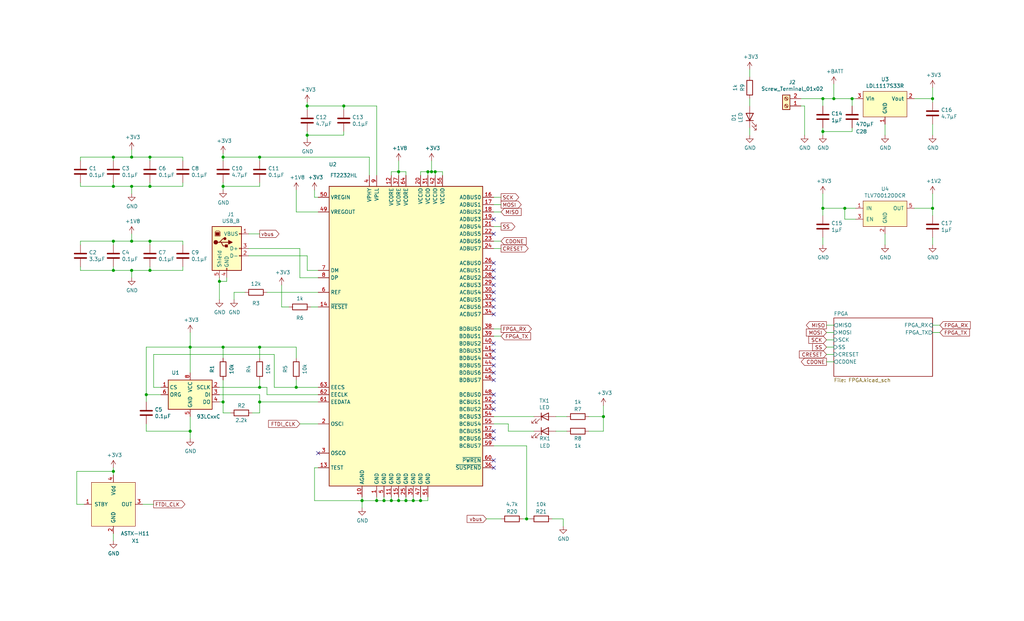
<source format=kicad_sch>
(kicad_sch (version 20211123) (generator eeschema)
  (paper "USLegal")
  (lib_symbols
    (symbol "Connector:Screw_Terminal_01x02" (pin_names (offset 1.016) hide)
      (property "Reference" "J" (at 0 2.54 0))
      (property "Value" "Screw_Terminal_01x02" (at 0 -5.08 0))
      (symbol "Screw_Terminal_01x02_1_1"
        (rectangle (start -1.27 1.27) (end 1.27 -3.81) (stroke (width 0.254)) (fill (type background)))
        (circle (center 0 -2.54) (radius 0.635) (stroke (width 0.1524)))
        (polyline (pts (xy -0.5334 -2.2098) (xy 0.3302 -3.048)) (stroke (width 0.1524)))
        (polyline (pts (xy -0.5334 0.3302) (xy 0.3302 -0.508)) (stroke (width 0.1524)))
        (polyline (pts (xy -0.3556 -2.032) (xy 0.508 -2.8702)) (stroke (width 0.1524)))
        (polyline (pts (xy -0.3556 0.508) (xy 0.508 -0.3302)) (stroke (width 0.1524)))
        (circle (center 0 0) (radius 0.635) (stroke (width 0.1524)))
        (pin passive line (at -5.08 0 0) (length 3.81) (name "Pin_1") (number "1"))
        (pin passive line (at -5.08 -2.54 0) (length 3.81) (name "Pin_2") (number "2"))
      )
    )
    (symbol "Connector:USB_B" (pin_names (offset 1.016))
      (property "Reference" "J" (at -5.08 11.43 0))
      (property "Value" "USB_B" (at -5.08 8.89 0))
      (symbol "USB_B_0_1"
        (rectangle (start -5.08 -7.62) (end 5.08 7.62) (stroke (width 0.254)) (fill (type background)))
        (circle (center -3.81 2.159) (radius 0.635) (stroke (width 0.254)) (fill (type outline)))
        (rectangle (start -3.81 5.588) (end -2.54 4.572) (fill (type outline)))
        (circle (center -0.635 3.429) (radius 0.381) (stroke (width 0.254)) (fill (type outline)))
        (rectangle (start -0.127 -7.62) (end 0.127 -6.858))
        (polyline (pts (xy -1.905 2.159) (xy 0.635 2.159)) (stroke (width 0.254)))
        (polyline (pts (xy -3.175 2.159) (xy -2.54 2.159) (xy -1.27 3.429) (xy -0.635 3.429)) (stroke (width 0.254)))
        (polyline (pts (xy -2.54 2.159) (xy -1.905 2.159) (xy -1.27 0.889) (xy 0 0.889)) (stroke (width 0.254)))
        (polyline (pts (xy 0.635 2.794) (xy 0.635 1.524) (xy 1.905 2.159) (xy 0.635 2.794)) (stroke (width 0.254)) (fill (type outline)))
        (polyline (pts (xy -4.064 4.318) (xy -2.286 4.318) (xy -2.286 5.715) (xy -2.667 6.096) (xy -3.683 6.096) (xy -4.064 5.715) (xy -4.064 4.318)))
        (rectangle (start 0.254 1.27) (end -0.508 0.508) (stroke (width 0.254)) (fill (type outline)))
        (rectangle (start 5.08 -2.667) (end 4.318 -2.413))
        (rectangle (start 5.08 -0.127) (end 4.318 0.127))
        (rectangle (start 5.08 4.953) (end 4.318 5.207))
      )
      (symbol "USB_B_1_1"
        (pin power_out line (at 7.62 5.08 180) (length 2.54) (name "VBUS") (number "1"))
        (pin bidirectional line (at 7.62 -2.54 180) (length 2.54) (name "D-") (number "2"))
        (pin bidirectional line (at 7.62 0 180) (length 2.54) (name "D+") (number "3"))
        (pin power_out line (at 0 -10.16 90) (length 2.54) (name "GND") (number "4"))
        (pin passive line (at -2.54 -10.16 90) (length 2.54) (name "Shield") (number "5"))
      )
    )
    (symbol "Device:C" (pin_numbers hide) (pin_names (offset 0.254))
      (property "Reference" "C" (at 0.635 2.54 0))
      (property "Value" "C" (at 0.635 -2.54 0))
      (symbol "C_0_1"
        (polyline (pts (xy -2.032 -0.762) (xy 2.032 -0.762)) (stroke (width 0.508)))
        (polyline (pts (xy -2.032 0.762) (xy 2.032 0.762)) (stroke (width 0.508)))
      )
      (symbol "C_1_1"
        (pin passive line (at 0 3.81 270) (length 2.794) (name "~") (number "1"))
        (pin passive line (at 0 -3.81 90) (length 2.794) (name "~") (number "2"))
      )
    )
    (symbol "Device:LED" (pin_numbers hide) (pin_names (offset 1.016) hide)
      (property "Reference" "D" (at 0 2.54 0))
      (property "Value" "LED" (at 0 -2.54 0))
      (symbol "LED_0_1"
        (polyline (pts (xy -1.27 -1.27) (xy -1.27 1.27)) (stroke (width 0.254)))
        (polyline (pts (xy -1.27 0) (xy 1.27 0)))
        (polyline (pts (xy 1.27 -1.27) (xy 1.27 1.27) (xy -1.27 0) (xy 1.27 -1.27)) (stroke (width 0.254)))
        (polyline (pts (xy -3.048 -0.762) (xy -4.572 -2.286) (xy -3.81 -2.286) (xy -4.572 -2.286) (xy -4.572 -1.524)))
        (polyline (pts (xy -1.778 -0.762) (xy -3.302 -2.286) (xy -2.54 -2.286) (xy -3.302 -2.286) (xy -3.302 -1.524)))
      )
      (symbol "LED_1_1"
        (pin passive line (at -3.81 0 0) (length 2.54) (name "K") (number "1"))
        (pin passive line (at 3.81 0 180) (length 2.54) (name "A") (number "2"))
      )
    )
    (symbol "Device:R" (pin_numbers hide) (pin_names (offset 0))
      (property "Reference" "R" (at 2.032 0 90))
      (property "Value" "R" (at 0 0 90))
      (symbol "R_0_1"
        (rectangle (start -1.016 -2.54) (end 1.016 2.54) (stroke (width 0.254)))
      )
      (symbol "R_1_1"
        (pin passive line (at 0 3.81 270) (length 1.27) (name "~") (number "1"))
        (pin passive line (at 0 -3.81 90) (length 1.27) (name "~") (number "2"))
      )
    )
    (symbol "Interface_USB:FT2232HL"
      (property "Reference" "U" (at -26.67 53.34 0))
      (property "Value" "FT2232HL" (at 19.05 53.34 0))
      (symbol "FT2232HL_0_1"
        (rectangle (start -26.67 -52.07) (end 26.67 52.07) (stroke (width 0.254)) (fill (type background)))
      )
      (symbol "FT2232HL_1_1"
        (pin power_in line (at -10.16 -55.88 90) (length 3.81) (name "GND") (number "1"))
        (pin power_in line (at -15.24 -55.88 90) (length 3.81) (name "AGND") (number "10"))
        (pin power_in line (at -5.08 -55.88 90) (length 3.81) (name "GND") (number "11"))
        (pin power_in line (at -5.08 55.88 270) (length 3.81) (name "VCORE") (number "12"))
        (pin input line (at -30.48 -45.72 0) (length 3.81) (name "TEST") (number "13"))
        (pin input line (at -30.48 10.16 0) (length 3.81) (name "~{RESET}") (number "14"))
        (pin power_in line (at -2.54 -55.88 90) (length 3.81) (name "GND") (number "15"))
        (pin bidirectional line (at 30.48 48.26 180) (length 3.81) (name "ADBUS0") (number "16"))
        (pin bidirectional line (at 30.48 45.72 180) (length 3.81) (name "ADBUS1") (number "17"))
        (pin bidirectional line (at 30.48 43.18 180) (length 3.81) (name "ADBUS2") (number "18"))
        (pin bidirectional line (at 30.48 40.64 180) (length 3.81) (name "ADBUS3") (number "19"))
        (pin input line (at -30.48 -30.48 0) (length 3.81) (name "OSCI") (number "2"))
        (pin power_in line (at 5.08 55.88 270) (length 3.81) (name "VCCIO") (number "20"))
        (pin bidirectional line (at 30.48 38.1 180) (length 3.81) (name "ADBUS4") (number "21"))
        (pin bidirectional line (at 30.48 35.56 180) (length 3.81) (name "ADBUS5") (number "22"))
        (pin bidirectional line (at 30.48 33.02 180) (length 3.81) (name "ADBUS6") (number "23"))
        (pin bidirectional line (at 30.48 30.48 180) (length 3.81) (name "ADBUS7") (number "24"))
        (pin power_in line (at 0 -55.88 90) (length 3.81) (name "GND") (number "25"))
        (pin bidirectional line (at 30.48 25.4 180) (length 3.81) (name "ACBUS0") (number "26"))
        (pin bidirectional line (at 30.48 22.86 180) (length 3.81) (name "ACBUS1") (number "27"))
        (pin bidirectional line (at 30.48 20.32 180) (length 3.81) (name "ACBUS2") (number "28"))
        (pin bidirectional line (at 30.48 17.78 180) (length 3.81) (name "ACBUS3") (number "29"))
        (pin output line (at -30.48 -40.64 0) (length 3.81) (name "OSCO") (number "3"))
        (pin bidirectional line (at 30.48 15.24 180) (length 3.81) (name "ACBUS4") (number "30"))
        (pin power_in line (at 7.62 55.88 270) (length 3.81) (name "VCCIO") (number "31"))
        (pin bidirectional line (at 30.48 12.7 180) (length 3.81) (name "ACBUS5") (number "32"))
        (pin bidirectional line (at 30.48 10.16 180) (length 3.81) (name "ACBUS6") (number "33"))
        (pin bidirectional line (at 30.48 7.62 180) (length 3.81) (name "ACBUS7") (number "34"))
        (pin power_in line (at 2.54 -55.88 90) (length 3.81) (name "GND") (number "35"))
        (pin output line (at 30.48 -45.72 180) (length 3.81) (name "~{SUSPEND}") (number "36"))
        (pin power_in line (at -2.54 55.88 270) (length 3.81) (name "VCORE") (number "37"))
        (pin bidirectional line (at 30.48 2.54 180) (length 3.81) (name "BDBUS0") (number "38"))
        (pin bidirectional line (at 30.48 0 180) (length 3.81) (name "BDBUS1") (number "39"))
        (pin power_in line (at -12.7 55.88 270) (length 3.81) (name "VPHY") (number "4"))
        (pin bidirectional line (at 30.48 -2.54 180) (length 3.81) (name "BDBUS2") (number "40"))
        (pin bidirectional line (at 30.48 -5.08 180) (length 3.81) (name "BDBUS3") (number "41"))
        (pin power_in line (at 10.16 55.88 270) (length 3.81) (name "VCCIO") (number "42"))
        (pin bidirectional line (at 30.48 -7.62 180) (length 3.81) (name "BDBUS4") (number "43"))
        (pin bidirectional line (at 30.48 -10.16 180) (length 3.81) (name "BDBUS5") (number "44"))
        (pin bidirectional line (at 30.48 -12.7 180) (length 3.81) (name "BDBUS6") (number "45"))
        (pin bidirectional line (at 30.48 -15.24 180) (length 3.81) (name "BDBUS7") (number "46"))
        (pin power_in line (at 5.08 -55.88 90) (length 3.81) (name "GND") (number "47"))
        (pin bidirectional line (at 30.48 -20.32 180) (length 3.81) (name "BCBUS0") (number "48"))
        (pin power_out line (at -30.48 43.18 0) (length 3.81) (name "VREGOUT") (number "49"))
        (pin power_in line (at -7.62 -55.88 90) (length 3.81) (name "GND") (number "5"))
        (pin power_in line (at -30.48 48.26 0) (length 3.81) (name "VREGIN") (number "50"))
        (pin power_in line (at 7.62 -55.88 90) (length 3.81) (name "GND") (number "51"))
        (pin bidirectional line (at 30.48 -22.86 180) (length 3.81) (name "BCBUS1") (number "52"))
        (pin bidirectional line (at 30.48 -25.4 180) (length 3.81) (name "BCBUS2") (number "53"))
        (pin bidirectional line (at 30.48 -27.94 180) (length 3.81) (name "BCBUS3") (number "54"))
        (pin bidirectional line (at 30.48 -30.48 180) (length 3.81) (name "BCBUS4") (number "55"))
        (pin power_in line (at 12.7 55.88 270) (length 3.81) (name "VCCIO") (number "56"))
        (pin bidirectional line (at 30.48 -33.02 180) (length 3.81) (name "BCBUS5") (number "57"))
        (pin bidirectional line (at 30.48 -35.56 180) (length 3.81) (name "BCBUS6") (number "58"))
        (pin bidirectional line (at 30.48 -38.1 180) (length 3.81) (name "BCBUS7") (number "59"))
        (pin output line (at -30.48 15.24 0) (length 3.81) (name "REF") (number "6"))
        (pin output line (at 30.48 -43.18 180) (length 3.81) (name "~{PWREN}") (number "60"))
        (pin bidirectional line (at -30.48 -22.86 0) (length 3.81) (name "EEDATA") (number "61"))
        (pin output line (at -30.48 -20.32 0) (length 3.81) (name "EECLK") (number "62"))
        (pin output line (at -30.48 -17.78 0) (length 3.81) (name "EECS") (number "63"))
        (pin power_in line (at 0 55.88 270) (length 3.81) (name "VCORE") (number "64"))
        (pin bidirectional line (at -30.48 22.86 0) (length 3.81) (name "DM") (number "7"))
        (pin bidirectional line (at -30.48 20.32 0) (length 3.81) (name "DP") (number "8"))
        (pin input line (at -10.16 55.88 270) (length 3.81) (name "VPLL") (number "9"))
      )
    )
    (symbol "Memory_EEPROM:93LCxxC"
      (property "Reference" "U" (at -7.62 6.35 0))
      (property "Value" "93LCxxC" (at 2.54 -6.35 0))
      (symbol "93LCxxC_1_1"
        (rectangle (start -7.62 5.08) (end 7.62 -5.08) (stroke (width 0.254)) (fill (type background)))
        (pin input line (at -10.16 2.54 0) (length 2.54) (name "CS") (number "1"))
        (pin input line (at 10.16 2.54 180) (length 2.54) (name "SCLK") (number "2"))
        (pin input line (at 10.16 0 180) (length 2.54) (name "DI") (number "3"))
        (pin tri_state line (at 10.16 -2.54 180) (length 2.54) (name "DO") (number "4"))
        (pin power_in line (at 0 -7.62 90) (length 2.54) (name "GND") (number "5"))
        (pin input line (at -10.16 0 0) (length 2.54) (name "ORG") (number "6"))
        (pin no_connect line (at -7.62 -2.54 0) (length 2.54) hide (name "NC") (number "7"))
        (pin power_in line (at 0 7.62 270) (length 2.54) (name "VCC") (number "8"))
      )
    )
    (symbol "pet_on_a_chip:ASTX-H11" (pin_names (offset 1.016))
      (property "Reference" "X" (at 6.35 -12.7 0))
      (property "Value" "ASTX-H11" (at 6.35 -10.16 0))
      (symbol "ASTX-H11_0_1"
        (rectangle (start -7.62 7.62) (end 7.62 -7.62) (fill (type background)))
      )
      (symbol "ASTX-H11_1_1"
        (pin input line (at -10.16 0 0) (length 2.54) (name "STBY") (number "1"))
        (pin power_in line (at 0 -10.16 90) (length 2.54) (name "GND") (number "2"))
        (pin power_in line (at 10.16 0 180) (length 2.54) (name "OUT") (number "3"))
        (pin power_in line (at 0 10.16 270) (length 2.54) (name "Vdd") (number "4"))
      )
    )
    (symbol "pet_on_a_chip:LDL1117S33R" (pin_names (offset 1.016))
      (property "Reference" "U" (at 0 6.35 0))
      (property "Value" "LDL1117S33R" (at 0 3.81 0))
      (symbol "LDL1117S33R_0_1"
        (rectangle (start -7.62 2.54) (end 7.62 -6.35) (fill (type background)))
      )
      (symbol "LDL1117S33R_1_1"
        (pin power_in line (at 0 -8.89 90) (length 2.54) (name "GND") (number "1"))
        (pin power_out line (at 10.16 0 180) (length 2.54) (name "Vout") (number "2"))
        (pin power_in line (at -10.16 0 0) (length 2.54) (name "Vin") (number "3"))
      )
    )
    (symbol "pet_on_a_chip:TLV70012DDCR" (pin_names (offset 1.016))
      (property "Reference" "U" (at 0 7.62 0))
      (property "Value" "TLV70012DDCR" (at 0 5.08 0))
      (symbol "TLV70012DDCR_0_1"
        (rectangle (start 7.62 -5.08) (end -7.62 3.81) (fill (type background)))
      )
      (symbol "TLV70012DDCR_1_1"
        (pin power_in line (at -10.16 1.27 0) (length 2.54) (name "IN") (number "1"))
        (pin power_in line (at 0 -7.62 90) (length 2.54) (name "GND") (number "2"))
        (pin input line (at -10.16 -2.54 0) (length 2.54) (name "EN") (number "3"))
        (pin power_out line (at 10.16 1.27 180) (length 2.54) (name "OUT") (number "5"))
      )
    )
    (symbol "power:+1V2" (power) (pin_names (offset 0))
      (property "Value" "+1V2" (at 0 3.556 0))
      (symbol "+1V2_0_1"
        (polyline (pts (xy -0.762 1.27) (xy 0 2.54)))
        (polyline (pts (xy 0 0) (xy 0 2.54)))
        (polyline (pts (xy 0 2.54) (xy 0.762 1.27)))
      )
      (symbol "+1V2_1_1"
        (pin power_in line (at 0 0 90) (length 0) hide (name "+1V2") (number "1"))
      )
    )
    (symbol "power:+1V8" (power) (pin_names (offset 0))
      (property "Value" "+1V8" (at 0 3.556 0))
      (symbol "+1V8_0_1"
        (polyline (pts (xy -0.762 1.27) (xy 0 2.54)))
        (polyline (pts (xy 0 0) (xy 0 2.54)))
        (polyline (pts (xy 0 2.54) (xy 0.762 1.27)))
      )
      (symbol "+1V8_1_1"
        (pin power_in line (at 0 0 90) (length 0) hide (name "+1V8") (number "1"))
      )
    )
    (symbol "power:+3.3V" (power) (pin_names (offset 0))
      (property "Value" "+3.3V" (at 0 3.556 0))
      (symbol "+3.3V_0_1"
        (polyline (pts (xy -0.762 1.27) (xy 0 2.54)))
        (polyline (pts (xy 0 0) (xy 0 2.54)))
        (polyline (pts (xy 0 2.54) (xy 0.762 1.27)))
      )
      (symbol "+3.3V_1_1"
        (pin power_in line (at 0 0 90) (length 0) hide (name "+3V3") (number "1"))
      )
    )
    (symbol "power:+BATT" (power) (pin_names (offset 0))
      (property "Value" "+BATT" (at 0 3.556 0))
      (symbol "+BATT_0_1"
        (polyline (pts (xy -0.762 1.27) (xy 0 2.54)))
        (polyline (pts (xy 0 0) (xy 0 2.54)))
        (polyline (pts (xy 0 2.54) (xy 0.762 1.27)))
      )
      (symbol "+BATT_1_1"
        (pin power_in line (at 0 0 90) (length 0) hide (name "+BATT") (number "1"))
      )
    )
    (symbol "power:GND" (power) (pin_names (offset 0))
      (property "Value" "GND" (at 0 -3.81 0))
      (symbol "GND_0_1"
        (polyline (pts (xy 0 0) (xy 0 -1.27) (xy 1.27 -1.27) (xy 0 -2.54) (xy -1.27 -1.27) (xy 0 -1.27)))
      )
      (symbol "GND_1_1"
        (pin power_in line (at 0 0 270) (length 0) hide (name "GND") (number "1"))
      )
    )
  )
  (junction (at 285.75 34.29))
  (junction (at 146.05 173.99))
  (junction (at 90.17 134.62))
  (junction (at 45.72 64.77))
  (junction (at 119.38 36.83))
  (junction (at 285.75 72.39))
  (junction (at 106.68 46.99))
  (junction (at 39.37 83.82))
  (junction (at 143.51 173.99))
  (junction (at 293.37 72.39))
  (junction (at 39.37 93.98))
  (junction (at 39.37 163.83))
  (junction (at 323.85 34.29))
  (junction (at 50.8 137.16))
  (junction (at 52.07 64.77))
  (junction (at 52.07 54.61))
  (junction (at 52.07 93.98))
  (junction (at 133.35 173.99))
  (junction (at 138.43 173.99))
  (junction (at 90.17 120.65))
  (junction (at 45.72 83.82))
  (junction (at 125.73 173.99))
  (junction (at 135.89 173.99))
  (junction (at 138.43 59.69))
  (junction (at 106.68 36.83))
  (junction (at 209.55 144.78))
  (junction (at 45.72 54.61))
  (junction (at 130.81 173.99))
  (junction (at 149.86 59.69))
  (junction (at 289.56 34.29))
  (junction (at 77.47 64.77))
  (junction (at 90.17 54.61))
  (junction (at 45.72 93.98))
  (junction (at 90.17 139.7))
  (junction (at 140.97 173.99))
  (junction (at 323.85 72.39))
  (junction (at 148.59 59.69))
  (junction (at 66.04 120.65))
  (junction (at 52.07 83.82))
  (junction (at 182.88 180.34))
  (junction (at 39.37 54.61))
  (junction (at 76.2 97.79))
  (junction (at 66.04 149.86))
  (junction (at 295.91 34.29))
  (junction (at 77.47 139.7))
  (junction (at 151.13 59.69))
  (junction (at 285.75 45.72))
  (junction (at 102.87 134.62))
  (junction (at 77.47 54.61))
  (junction (at 39.37 64.77))
  (junction (at 77.47 120.65))
  (no_connect (at 110.49 157.48))
  (no_connect (at 171.45 139.7))
  (no_connect (at 171.45 137.16))
  (no_connect (at 171.45 152.4))
  (no_connect (at 171.45 149.86))
  (no_connect (at 171.45 160.02))
  (no_connect (at 171.45 162.56))
  (no_connect (at 171.45 142.24))
  (no_connect (at 171.45 132.08))
  (no_connect (at 171.45 129.54))
  (no_connect (at 171.45 127))
  (no_connect (at 171.45 81.28))
  (no_connect (at 171.45 76.2))
  (no_connect (at 171.45 91.44))
  (no_connect (at 171.45 93.98))
  (no_connect (at 171.45 96.52))
  (no_connect (at 171.45 99.06))
  (no_connect (at 171.45 101.6))
  (no_connect (at 171.45 104.14))
  (no_connect (at 171.45 106.68))
  (no_connect (at 171.45 109.22))
  (no_connect (at 171.45 124.46))
  (no_connect (at 171.45 121.92))
  (no_connect (at 171.45 119.38))
  (wire (pts (xy 109.22 173.99) (xy 125.73 173.99)))
  (wire (pts (xy 125.73 173.99) (xy 125.73 176.53)))
  (wire (pts (xy 109.22 162.56) (xy 109.22 173.99)))
  (wire (pts (xy 146.05 173.99) (xy 148.59 173.99)))
  (wire (pts (xy 50.8 137.16) (xy 50.8 120.65)))
  (wire (pts (xy 307.34 81.28) (xy 307.34 85.09)))
  (wire (pts (xy 39.37 162.56) (xy 39.37 163.83)))
  (wire (pts (xy 135.89 172.72) (xy 135.89 173.99)))
  (wire (pts (xy 52.07 64.77) (xy 45.72 64.77)))
  (wire (pts (xy 102.87 124.46) (xy 102.87 120.65)))
  (wire (pts (xy 66.04 149.86) (xy 66.04 144.78)))
  (wire (pts (xy 39.37 92.71) (xy 39.37 93.98)))
  (wire (pts (xy 171.45 83.82) (xy 173.99 83.82)))
  (wire (pts (xy 92.71 101.6) (xy 110.49 101.6)))
  (wire (pts (xy 297.18 76.2) (xy 293.37 76.2)))
  (wire (pts (xy 27.94 93.98) (xy 39.37 93.98)))
  (wire (pts (xy 138.43 59.69) (xy 140.97 59.69)))
  (wire (pts (xy 52.07 93.98) (xy 52.07 92.71)))
  (wire (pts (xy 295.91 36.83) (xy 295.91 34.29)))
  (wire (pts (xy 138.43 55.88) (xy 138.43 59.69)))
  (wire (pts (xy 90.17 132.08) (xy 90.17 134.62)))
  (wire (pts (xy 50.8 137.16) (xy 50.8 139.7)))
  (wire (pts (xy 104.14 147.32) (xy 110.49 147.32)))
  (wire (pts (xy 45.72 54.61) (xy 52.07 54.61)))
  (wire (pts (xy 77.47 120.65) (xy 77.47 124.46)))
  (wire (pts (xy 149.86 59.69) (xy 151.13 59.69)))
  (wire (pts (xy 39.37 163.83) (xy 39.37 165.1)))
  (wire (pts (xy 39.37 85.09) (xy 39.37 83.82)))
  (wire (pts (xy 63.5 83.82) (xy 63.5 85.09)))
  (wire (pts (xy 77.47 64.77) (xy 90.17 64.77)))
  (wire (pts (xy 90.17 143.51) (xy 90.17 139.7)))
  (wire (pts (xy 140.97 173.99) (xy 143.51 173.99)))
  (wire (pts (xy 285.75 72.39) (xy 293.37 72.39)))
  (wire (pts (xy 119.38 36.83) (xy 119.38 38.1)))
  (wire (pts (xy 140.97 60.96) (xy 140.97 59.69)))
  (wire (pts (xy 287.02 118.11) (xy 289.56 118.11)))
  (wire (pts (xy 326.39 115.57) (xy 323.85 115.57)))
  (wire (pts (xy 181.61 180.34) (xy 182.88 180.34)))
  (wire (pts (xy 90.17 134.62) (xy 92.71 134.62)))
  (wire (pts (xy 45.72 64.77) (xy 39.37 64.77)))
  (wire (pts (xy 196.85 144.78) (xy 193.04 144.78)))
  (wire (pts (xy 66.04 115.57) (xy 66.04 120.65)))
  (wire (pts (xy 29.21 175.26) (xy 26.67 175.26)))
  (wire (pts (xy 125.73 173.99) (xy 130.81 173.99)))
  (wire (pts (xy 90.17 139.7) (xy 90.17 137.16)))
  (wire (pts (xy 135.89 60.96) (xy 135.89 59.69)))
  (wire (pts (xy 106.68 45.72) (xy 106.68 46.99)))
  (wire (pts (xy 182.88 154.94) (xy 171.45 154.94)))
  (wire (pts (xy 287.02 115.57) (xy 289.56 115.57)))
  (wire (pts (xy 27.94 92.71) (xy 27.94 93.98)))
  (wire (pts (xy 176.53 149.86) (xy 176.53 147.32)))
  (wire (pts (xy 295.91 45.72) (xy 285.75 45.72)))
  (wire (pts (xy 176.53 147.32) (xy 171.45 147.32)))
  (wire (pts (xy 171.45 86.36) (xy 173.99 86.36)))
  (wire (pts (xy 45.72 81.28) (xy 45.72 83.82)))
  (wire (pts (xy 107.95 106.68) (xy 110.49 106.68)))
  (wire (pts (xy 182.88 180.34) (xy 182.88 154.94)))
  (wire (pts (xy 45.72 93.98) (xy 52.07 93.98)))
  (wire (pts (xy 52.07 83.82) (xy 63.5 83.82)))
  (wire (pts (xy 77.47 63.5) (xy 77.47 64.77)))
  (wire (pts (xy 39.37 55.88) (xy 39.37 54.61)))
  (wire (pts (xy 326.39 113.03) (xy 323.85 113.03)))
  (wire (pts (xy 81.28 104.14) (xy 81.28 101.6)))
  (wire (pts (xy 106.68 36.83) (xy 119.38 36.83)))
  (wire (pts (xy 39.37 185.42) (xy 39.37 187.96)))
  (wire (pts (xy 90.17 120.65) (xy 90.17 124.46)))
  (wire (pts (xy 106.68 38.1) (xy 106.68 36.83)))
  (wire (pts (xy 97.79 106.68) (xy 100.33 106.68)))
  (wire (pts (xy 285.75 44.45) (xy 285.75 45.72)))
  (wire (pts (xy 171.45 73.66) (xy 173.99 73.66)))
  (wire (pts (xy 76.2 96.52) (xy 76.2 97.79)))
  (wire (pts (xy 171.45 68.58) (xy 173.99 68.58)))
  (wire (pts (xy 77.47 53.34) (xy 77.47 54.61)))
  (wire (pts (xy 106.68 46.99) (xy 119.38 46.99)))
  (wire (pts (xy 106.68 88.9) (xy 106.68 93.98)))
  (wire (pts (xy 173.99 71.12) (xy 171.45 71.12)))
  (wire (pts (xy 185.42 144.78) (xy 171.45 144.78)))
  (wire (pts (xy 185.42 149.86) (xy 176.53 149.86)))
  (wire (pts (xy 260.35 34.29) (xy 260.35 36.83)))
  (wire (pts (xy 52.07 64.77) (xy 63.5 64.77)))
  (wire (pts (xy 76.2 139.7) (xy 77.47 139.7)))
  (wire (pts (xy 151.13 60.96) (xy 151.13 59.69)))
  (wire (pts (xy 323.85 82.55) (xy 323.85 85.09)))
  (wire (pts (xy 285.75 82.55) (xy 285.75 85.09)))
  (wire (pts (xy 151.13 59.69) (xy 153.67 59.69)))
  (wire (pts (xy 77.47 54.61) (xy 90.17 54.61)))
  (wire (pts (xy 102.87 120.65) (xy 90.17 120.65)))
  (wire (pts (xy 87.63 143.51) (xy 90.17 143.51)))
  (wire (pts (xy 193.04 149.86) (xy 196.85 149.86)))
  (wire (pts (xy 27.94 54.61) (xy 39.37 54.61)))
  (wire (pts (xy 77.47 132.08) (xy 77.47 139.7)))
  (wire (pts (xy 104.14 86.36) (xy 104.14 96.52)))
  (wire (pts (xy 133.35 173.99) (xy 135.89 173.99)))
  (wire (pts (xy 45.72 64.77) (xy 45.72 67.31)))
  (wire (pts (xy 76.2 137.16) (xy 90.17 137.16)))
  (wire (pts (xy 171.45 114.3) (xy 173.99 114.3)))
  (wire (pts (xy 307.34 43.18) (xy 307.34 46.99)))
  (wire (pts (xy 52.07 83.82) (xy 52.07 85.09)))
  (wire (pts (xy 45.72 96.52) (xy 45.72 93.98)))
  (wire (pts (xy 149.86 55.88) (xy 149.86 59.69)))
  (wire (pts (xy 66.04 129.54) (xy 66.04 120.65)))
  (wire (pts (xy 285.75 36.83) (xy 285.75 34.29)))
  (wire (pts (xy 76.2 134.62) (xy 90.17 134.62)))
  (wire (pts (xy 27.94 55.88) (xy 27.94 54.61)))
  (wire (pts (xy 209.55 144.78) (xy 209.55 149.86)))
  (wire (pts (xy 323.85 43.18) (xy 323.85 46.99)))
  (wire (pts (xy 39.37 63.5) (xy 39.37 64.77)))
  (wire (pts (xy 39.37 54.61) (xy 45.72 54.61)))
  (wire (pts (xy 287.02 113.03) (xy 289.56 113.03)))
  (wire (pts (xy 195.58 180.34) (xy 195.58 182.88)))
  (wire (pts (xy 148.59 173.99) (xy 148.59 172.72)))
  (wire (pts (xy 110.49 139.7) (xy 90.17 139.7)))
  (wire (pts (xy 209.55 149.86) (xy 204.47 149.86)))
  (wire (pts (xy 285.75 74.93) (xy 285.75 72.39)))
  (wire (pts (xy 110.49 134.62) (xy 102.87 134.62)))
  (wire (pts (xy 102.87 132.08) (xy 102.87 134.62)))
  (wire (pts (xy 209.55 140.97) (xy 209.55 144.78)))
  (wire (pts (xy 260.35 44.45) (xy 260.35 46.99)))
  (wire (pts (xy 130.81 173.99) (xy 133.35 173.99)))
  (wire (pts (xy 119.38 36.83) (xy 130.81 36.83)))
  (wire (pts (xy 110.49 93.98) (xy 106.68 93.98)))
  (wire (pts (xy 295.91 34.29) (xy 297.18 34.29)))
  (wire (pts (xy 76.2 97.79) (xy 78.74 97.79)))
  (wire (pts (xy 128.27 54.61) (xy 128.27 60.96)))
  (wire (pts (xy 285.75 34.29) (xy 289.56 34.29)))
  (wire (pts (xy 135.89 173.99) (xy 138.43 173.99)))
  (wire (pts (xy 191.77 180.34) (xy 195.58 180.34)))
  (wire (pts (xy 97.79 99.06) (xy 97.79 106.68)))
  (wire (pts (xy 146.05 59.69) (xy 148.59 59.69)))
  (wire (pts (xy 52.07 54.61) (xy 52.07 55.88)))
  (wire (pts (xy 171.45 116.84) (xy 173.99 116.84)))
  (wire (pts (xy 78.74 97.79) (xy 78.74 96.52)))
  (wire (pts (xy 45.72 52.07) (xy 45.72 54.61)))
  (wire (pts (xy 90.17 64.77) (xy 90.17 63.5)))
  (wire (pts (xy 90.17 54.61) (xy 90.17 55.88)))
  (wire (pts (xy 278.13 36.83) (xy 279.4 36.83)))
  (wire (pts (xy 148.59 59.69) (xy 149.86 59.69)))
  (wire (pts (xy 53.34 175.26) (xy 49.53 175.26)))
  (wire (pts (xy 86.36 88.9) (xy 106.68 88.9)))
  (wire (pts (xy 95.25 134.62) (xy 95.25 123.19)))
  (wire (pts (xy 53.34 134.62) (xy 55.88 134.62)))
  (wire (pts (xy 77.47 143.51) (xy 80.01 143.51)))
  (wire (pts (xy 182.88 180.34) (xy 184.15 180.34)))
  (wire (pts (xy 323.85 67.31) (xy 323.85 72.39)))
  (wire (pts (xy 55.88 137.16) (xy 50.8 137.16)))
  (wire (pts (xy 293.37 72.39) (xy 297.18 72.39)))
  (wire (pts (xy 125.73 172.72) (xy 125.73 173.99)))
  (wire (pts (xy 39.37 93.98) (xy 45.72 93.98)))
  (wire (pts (xy 110.49 162.56) (xy 109.22 162.56)))
  (wire (pts (xy 285.75 45.72) (xy 285.75 46.99)))
  (wire (pts (xy 323.85 34.29) (xy 323.85 30.48)))
  (wire (pts (xy 130.81 36.83) (xy 130.81 60.96)))
  (wire (pts (xy 119.38 46.99) (xy 119.38 45.72)))
  (wire (pts (xy 50.8 120.65) (xy 66.04 120.65)))
  (wire (pts (xy 295.91 44.45) (xy 295.91 45.72)))
  (wire (pts (xy 135.89 59.69) (xy 138.43 59.69)))
  (wire (pts (xy 110.49 137.16) (xy 92.71 137.16)))
  (wire (pts (xy 106.68 35.56) (xy 106.68 36.83)))
  (wire (pts (xy 92.71 137.16) (xy 92.71 134.62)))
  (wire (pts (xy 143.51 173.99) (xy 146.05 173.99)))
  (wire (pts (xy 66.04 120.65) (xy 77.47 120.65)))
  (wire (pts (xy 140.97 172.72) (xy 140.97 173.99)))
  (wire (pts (xy 63.5 93.98) (xy 63.5 92.71)))
  (wire (pts (xy 285.75 67.31) (xy 285.75 72.39)))
  (wire (pts (xy 104.14 96.52) (xy 110.49 96.52)))
  (wire (pts (xy 317.5 34.29) (xy 323.85 34.29)))
  (wire (pts (xy 45.72 83.82) (xy 52.07 83.82)))
  (wire (pts (xy 287.02 123.19) (xy 289.56 123.19)))
  (wire (pts (xy 52.07 54.61) (xy 63.5 54.61)))
  (wire (pts (xy 81.28 101.6) (xy 85.09 101.6)))
  (wire (pts (xy 287.02 120.65) (xy 289.56 120.65)))
  (wire (pts (xy 109.22 66.04) (xy 109.22 68.58)))
  (wire (pts (xy 323.85 72.39) (xy 323.85 74.93)))
  (wire (pts (xy 52.07 93.98) (xy 63.5 93.98)))
  (wire (pts (xy 77.47 55.88) (xy 77.47 54.61)))
  (wire (pts (xy 317.5 72.39) (xy 323.85 72.39)))
  (wire (pts (xy 50.8 149.86) (xy 66.04 149.86)))
  (wire (pts (xy 106.68 46.99) (xy 106.68 48.26)))
  (wire (pts (xy 86.36 86.36) (xy 104.14 86.36)))
  (wire (pts (xy 130.81 172.72) (xy 130.81 173.99)))
  (wire (pts (xy 260.35 24.13) (xy 260.35 26.67)))
  (wire (pts (xy 90.17 54.61) (xy 128.27 54.61)))
  (wire (pts (xy 148.59 60.96) (xy 148.59 59.69)))
  (wire (pts (xy 90.17 81.28) (xy 86.36 81.28)))
  (wire (pts (xy 143.51 172.72) (xy 143.51 173.99)))
  (wire (pts (xy 289.56 34.29) (xy 295.91 34.29)))
  (wire (pts (xy 289.56 29.21) (xy 289.56 34.29)))
  (wire (pts (xy 173.99 78.74) (xy 171.45 78.74)))
  (wire (pts (xy 102.87 66.04) (xy 102.87 73.66)))
  (wire (pts (xy 26.67 175.26) (xy 26.67 163.83)))
  (wire (pts (xy 146.05 172.72) (xy 146.05 173.99)))
  (wire (pts (xy 102.87 73.66) (xy 110.49 73.66)))
  (wire (pts (xy 90.17 120.65) (xy 77.47 120.65)))
  (wire (pts (xy 77.47 139.7) (xy 77.47 143.51)))
  (wire (pts (xy 52.07 63.5) (xy 52.07 64.77)))
  (wire (pts (xy 168.91 180.34) (xy 173.99 180.34)))
  (wire (pts (xy 279.4 36.83) (xy 279.4 46.99)))
  (wire (pts (xy 50.8 147.32) (xy 50.8 149.86)))
  (wire (pts (xy 146.05 60.96) (xy 146.05 59.69)))
  (wire (pts (xy 39.37 64.77) (xy 27.94 64.77)))
  (wire (pts (xy 133.35 172.72) (xy 133.35 173.99)))
  (wire (pts (xy 77.47 64.77) (xy 77.47 66.04)))
  (wire (pts (xy 95.25 123.19) (xy 53.34 123.19)))
  (wire (pts (xy 27.94 64.77) (xy 27.94 63.5)))
  (wire (pts (xy 293.37 76.2) (xy 293.37 72.39)))
  (wire (pts (xy 39.37 83.82) (xy 45.72 83.82)))
  (wire (pts (xy 53.34 123.19) (xy 53.34 134.62)))
  (wire (pts (xy 27.94 83.82) (xy 39.37 83.82)))
  (wire (pts (xy 204.47 144.78) (xy 209.55 144.78)))
  (wire (pts (xy 323.85 34.29) (xy 323.85 35.56)))
  (wire (pts (xy 138.43 173.99) (xy 140.97 173.99)))
  (wire (pts (xy 27.94 85.09) (xy 27.94 83.82)))
  (wire (pts (xy 278.13 34.29) (xy 285.75 34.29)))
  (wire (pts (xy 102.87 134.62) (xy 95.25 134.62)))
  (wire (pts (xy 287.02 125.73) (xy 289.56 125.73)))
  (wire (pts (xy 63.5 54.61) (xy 63.5 55.88)))
  (wire (pts (xy 138.43 172.72) (xy 138.43 173.99)))
  (wire (pts (xy 153.67 59.69) (xy 153.67 60.96)))
  (wire (pts (xy 63.5 64.77) (xy 63.5 63.5)))
  (wire (pts (xy 26.67 163.83) (xy 39.37 163.83)))
  (wire (pts (xy 109.22 68.58) (xy 110.49 68.58)))
  (wire (pts (xy 138.43 60.96) (xy 138.43 59.69)))
  (wire (pts (xy 76.2 97.79) (xy 76.2 104.14)))
  (wire (pts (xy 66.04 149.86) (xy 66.04 152.4)))
  (global_label "vbus" (shape input) (at 168.91 180.34 180) (property "Intersheet References" "${INTERSHEET_REFS}" (effects hide)))
  (global_label "SCK" (shape input) (at 287.02 118.11 180) (property "Intersheet References" "${INTERSHEET_REFS}" (effects hide)))
  (global_label "CRESET" (shape input) (at 287.02 123.19 180) (property "Intersheet References" "${INTERSHEET_REFS}" (effects hide)))
  (global_label "MISO" (shape output) (at 287.02 113.03 180) (property "Intersheet References" "${INTERSHEET_REFS}" (effects hide)))
  (global_label "FPGA_RX" (shape output) (at 173.99 114.3 0) (property "Intersheet References" "${INTERSHEET_REFS}" (effects hide)))
  (global_label "CDONE" (shape input) (at 173.99 83.82 0) (property "Intersheet References" "${INTERSHEET_REFS}" (effects hide)))
  (global_label "SS" (shape input) (at 287.02 120.65 180) (property "Intersheet References" "${INTERSHEET_REFS}" (effects hide)))
  (global_label "FPGA_RX" (shape input) (at 326.39 113.03 0) (property "Intersheet References" "${INTERSHEET_REFS}" (effects hide)))
  (global_label "SCK" (shape output) (at 173.99 68.58 0) (property "Intersheet References" "${INTERSHEET_REFS}" (effects hide)))
  (global_label "MOSI" (shape input) (at 287.02 115.57 180) (property "Intersheet References" "${INTERSHEET_REFS}" (effects hide)))
  (global_label "SS" (shape output) (at 173.99 78.74 0) (property "Intersheet References" "${INTERSHEET_REFS}" (effects hide)))
  (global_label "MOSI" (shape output) (at 173.99 71.12 0) (property "Intersheet References" "${INTERSHEET_REFS}" (effects hide)))
  (global_label "FTDI_CLK" (shape input) (at 104.14 147.32 180) (property "Intersheet References" "${INTERSHEET_REFS}" (effects hide)))
  (global_label "CDONE" (shape output) (at 287.02 125.73 180) (property "Intersheet References" "${INTERSHEET_REFS}" (effects hide)))
  (global_label "MISO" (shape input) (at 173.99 73.66 0) (property "Intersheet References" "${INTERSHEET_REFS}" (effects hide)))
  (global_label "vbus" (shape output) (at 90.17 81.28 0) (property "Intersheet References" "${INTERSHEET_REFS}" (effects hide)))
  (global_label "FPGA_TX" (shape input) (at 173.99 116.84 0) (property "Intersheet References" "${INTERSHEET_REFS}" (effects hide)))
  (global_label "FTDI_CLK" (shape output) (at 53.34 175.26 0) (property "Intersheet References" "${INTERSHEET_REFS}" (effects hide)))
  (global_label "CRESET" (shape output) (at 173.99 86.36 0) (property "Intersheet References" "${INTERSHEET_REFS}" (effects hide)))
  (global_label "FPGA_TX" (shape input) (at 326.39 115.57 0) (property "Intersheet References" "${INTERSHEET_REFS}" (effects hide)))
  (symbol (lib_id "Interface_USB:FT2232HL") (at 140.97 116.84 0) (unit 1)
    (property "Reference" "U2" (at 115.57 57.15 0))
    (property "Value" "FT2232HL" (at 119.38 60.96 0))
    (property "Footprint" "Package_QFP:LQFP-64_10x10mm_P0.5mm" (effects hide))
    (property "Datasheet" "https://www.ftdichip.com/Support/Documents/DataSheets/ICs/DS_FT2232H.pdf" (effects hide))
  )
  (symbol (lib_id "Memory_EEPROM:93LCxxC") (at 66.04 137.16 0) (unit 1)
    (property "Reference" "U1" (at 60.96 129.54 0))
    (property "Value" "93LCxxC" (at 72.39 144.78 0))
    (property "Footprint" "Package_SO:SOIC-8_3.9x4.9mm_P1.27mm" (effects hide))
    (property "Datasheet" "http://ww1.microchip.com/downloads/en/DeviceDoc/20001749K.pdf" (effects hide))
  )
  (symbol (lib_id "power:GND") (at 125.73 176.53 0) (unit 1)
    (property "Reference" "#PWR018" (effects hide))
    (property "Value" "GND" (at 125.857 180.9242 0))
  )
  (symbol (lib_id "Device:R") (at 83.82 143.51 270) (unit 1)
    (property "Reference" "R2" (at 83.82 140.97 90))
    (property "Value" "2.2k" (at 83.82 146.05 90))
    (property "Footprint" "Resistor_SMD:R_0603_1608Metric" (effects hide))
  )
  (symbol (lib_id "Device:R") (at 88.9 101.6 270) (unit 1)
    (property "Reference" "R3" (at 88.9 105.41 90))
    (property "Value" "12k" (at 88.9 98.6536 90))
    (property "Footprint" "Resistor_SMD:R_0603_1608Metric" (effects hide))
  )
  (symbol (lib_id "power:GND") (at 81.28 104.14 0) (unit 1)
    (property "Reference" "#PWR012" (effects hide))
    (property "Value" "GND" (at 81.407 108.5342 0))
  )
  (symbol (lib_id "power:+3.3V") (at 149.86 55.88 0) (unit 1)
    (property "Reference" "#PWR020" (effects hide))
    (property "Value" "+3.3V" (at 150.241 51.4858 0))
  )
  (symbol (lib_id "Device:R") (at 77.47 128.27 180) (unit 1)
    (property "Reference" "R1" (at 73.66 128.27 90))
    (property "Value" "10k" (at 80.4164 128.27 90))
    (property "Footprint" "Resistor_SMD:R_0603_1608Metric" (effects hide))
  )
  (symbol (lib_id "Device:R") (at 102.87 128.27 180) (unit 1)
    (property "Reference" "R5" (at 99.06 128.27 90))
    (property "Value" "10k" (at 105.8164 128.27 90))
    (property "Footprint" "Resistor_SMD:R_0603_1608Metric" (effects hide))
  )
  (symbol (lib_id "Device:R") (at 90.17 128.27 180) (unit 1)
    (property "Reference" "R4" (at 86.36 128.27 90))
    (property "Value" "10k" (at 93.1164 128.27 90))
    (property "Footprint" "Resistor_SMD:R_0603_1608Metric" (effects hide))
  )
  (symbol (lib_id "Device:R") (at 104.14 106.68 270) (unit 1)
    (property "Reference" "R6" (at 104.14 110.49 90))
    (property "Value" "1k" (at 104.14 103.7336 90))
    (property "Footprint" "Resistor_SMD:R_0603_1608Metric" (effects hide))
  )
  (symbol (lib_id "power:+3.3V") (at 97.79 99.06 0) (unit 1)
    (property "Reference" "#PWR013" (effects hide))
    (property "Value" "+3.3V" (at 98.171 94.6658 0))
  )
  (symbol (lib_id "Device:C") (at 50.8 143.51 0) (unit 1)
    (property "Reference" "C5" (at 53.721 142.3416 0) (effects (justify left)))
    (property "Value" "0.1µF" (at 53.721 144.653 0) (effects (justify left)))
    (property "Footprint" "Capacitor_SMD:C_0603_1608Metric" (effects hide))
  )
  (symbol (lib_id "power:+3.3V") (at 109.22 66.04 0) (unit 1)
    (property "Reference" "#PWR017" (effects hide))
    (property "Value" "+3.3V" (at 109.601 61.6458 0))
  )
  (symbol (lib_id "power:GND") (at 66.04 152.4 0) (unit 1)
    (property "Reference" "#PWR08" (effects hide))
    (property "Value" "GND" (at 66.167 156.7942 0))
  )
  (symbol (lib_id "pet_on_a_chip:LDL1117S33R") (at 307.34 34.29 0) (unit 1)
    (property "Reference" "U3" (at 307.34 27.559 0))
    (property "Value" "LDL1117S33R" (at 307.34 29.8704 0))
    (property "Footprint" "Package_TO_SOT_SMD:SOT-223-3_TabPin2" (effects hide))
  )
  (symbol (lib_id "power:GND") (at 307.34 46.99 0) (unit 1)
    (property "Reference" "#PWR029" (effects hide))
    (property "Value" "GND" (at 307.467 51.3842 0))
  )
  (symbol (lib_id "power:+3.3V") (at 66.04 115.57 0) (unit 1)
    (property "Reference" "#PWR07" (effects hide))
    (property "Value" "+3.3V" (at 66.421 111.1758 0))
  )
  (symbol (lib_id "power:+3.3V") (at 323.85 30.48 0) (unit 1)
    (property "Reference" "#PWR031" (effects hide))
    (property "Value" "+3.3V" (at 324.231 26.0858 0))
  )
  (symbol (lib_id "Device:C") (at 323.85 39.37 0) (unit 1)
    (property "Reference" "C16" (at 326.771 38.2016 0) (effects (justify left)))
    (property "Value" "4.7µF" (at 326.771 40.513 0) (effects (justify left)))
    (property "Footprint" "Capacitor_SMD:C_0603_1608Metric" (effects hide))
  )
  (symbol (lib_id "power:GND") (at 323.85 46.99 0) (unit 1)
    (property "Reference" "#PWR032" (effects hide))
    (property "Value" "GND" (at 323.977 51.3842 0))
  )
  (symbol (lib_id "power:+1V8") (at 138.43 55.88 0) (unit 1)
    (property "Reference" "#PWR019" (effects hide))
    (property "Value" "+1V8" (at 138.811 51.4858 0))
  )
  (symbol (lib_id "Device:C") (at 285.75 40.64 0) (unit 1)
    (property "Reference" "C14" (at 288.671 39.4716 0) (effects (justify left)))
    (property "Value" "1µF" (at 288.671 41.783 0) (effects (justify left)))
    (property "Footprint" "Capacitor_SMD:C_0603_1608Metric" (effects hide))
  )
  (symbol (lib_id "power:+1V8") (at 102.87 66.04 0) (unit 1)
    (property "Reference" "#PWR014" (effects hide))
    (property "Value" "+1V8" (at 103.251 61.6458 0))
  )
  (symbol (lib_id "power:GND") (at 285.75 46.99 0) (unit 1)
    (property "Reference" "#PWR025" (effects hide))
    (property "Value" "GND" (at 285.877 51.3842 0))
  )
  (symbol (lib_id "pet_on_a_chip:TLV70012DDCR") (at 307.34 73.66 0) (unit 1)
    (property "Reference" "U4" (at 307.34 65.659 0))
    (property "Value" "TLV70012DDCR" (at 307.34 67.9704 0))
    (property "Footprint" "Package_TO_SOT_SMD:SOT-23-5" (effects hide))
  )
  (symbol (lib_id "Device:C") (at 323.85 78.74 0) (unit 1)
    (property "Reference" "C17" (at 326.771 77.5716 0) (effects (justify left)))
    (property "Value" "1µF" (at 326.771 79.883 0) (effects (justify left)))
    (property "Footprint" "Capacitor_SMD:C_0603_1608Metric" (effects hide))
  )
  (symbol (lib_id "power:GND") (at 323.85 85.09 0) (unit 1)
    (property "Reference" "#PWR034" (effects hide))
    (property "Value" "GND" (at 323.977 89.4842 0))
  )
  (symbol (lib_id "power:+3.3V") (at 106.68 35.56 0) (unit 1)
    (property "Reference" "#PWR015" (effects hide))
    (property "Value" "+3.3V" (at 107.061 31.1658 0))
  )
  (symbol (lib_id "power:GND") (at 307.34 85.09 0) (unit 1)
    (property "Reference" "#PWR030" (effects hide))
    (property "Value" "GND" (at 307.467 89.4842 0))
  )
  (symbol (lib_id "Device:C") (at 285.75 78.74 0) (unit 1)
    (property "Reference" "C15" (at 288.671 77.5716 0) (effects (justify left)))
    (property "Value" "1µF" (at 288.671 79.883 0) (effects (justify left)))
    (property "Footprint" "Capacitor_SMD:C_0603_1608Metric" (effects hide))
  )
  (symbol (lib_id "power:GND") (at 285.75 85.09 0) (unit 1)
    (property "Reference" "#PWR027" (effects hide))
    (property "Value" "GND" (at 285.877 89.4842 0))
  )
  (symbol (lib_id "power:+3.3V") (at 285.75 67.31 0) (unit 1)
    (property "Reference" "#PWR026" (effects hide))
    (property "Value" "+3.3V" (at 286.131 62.9158 0))
  )
  (symbol (lib_id "power:+1V2") (at 323.85 67.31 0) (unit 1)
    (property "Reference" "#PWR033" (effects hide))
    (property "Value" "+1V2" (at 324.231 62.9158 0))
  )
  (symbol (lib_id "Device:C") (at 295.91 40.64 0) (unit 1)
    (property "Reference" "C28" (at 297.18 45.72 0) (effects (justify left)))
    (property "Value" "470µF" (at 297.18 43.18 0) (effects (justify left)))
    (property "Footprint" "Capacitor_SMD:CP_Elec_6.3x7.7" (effects hide))
  )
  (symbol (lib_id "power:+BATT") (at 289.56 29.21 0) (unit 1)
    (property "Reference" "#PWR028" (effects hide))
    (property "Value" "+BATT" (at 289.941 24.8158 0))
  )
  (symbol (lib_id "pet_on_a_chip:ASTX-H11") (at 39.37 175.26 0) (unit 1)
    (property "Reference" "X1" (at 45.72 187.96 0) (effects (justify left)))
    (property "Value" "ASTX-H11" (at 41.91 185.42 0) (effects (justify left)))
    (property "Footprint" "Oscillator:Oscillator_SMD_Abracon_ASE-4Pin_3.2x2.5mm" (effects hide))
  )
  (symbol (lib_id "power:GND") (at 39.37 187.96 0) (unit 1)
    (property "Reference" "#PWR02" (effects hide))
    (property "Value" "GND" (at 39.497 192.3542 0))
  )
  (symbol (lib_id "power:+3.3V") (at 39.37 162.56 0) (unit 1)
    (property "Reference" "#PWR01" (effects hide))
    (property "Value" "+3.3V" (at 39.751 158.1658 0))
  )
  (symbol (lib_id "Connector:USB_B") (at 78.74 86.36 0) (unit 1)
    (property "Reference" "J1" (at 80.1878 74.4982 0))
    (property "Value" "USB_B" (at 80.1878 76.8096 0))
    (property "Footprint" "Connector_USB:USB_B_OST_USB-B1HSxx_Horizontal" (effects hide))
    (property "Datasheet" " ~" (effects hide))
  )
  (symbol (lib_id "power:GND") (at 76.2 104.14 0) (unit 1)
    (property "Reference" "#PWR09" (effects hide))
    (property "Value" "GND" (at 76.327 108.5342 0))
  )
  (symbol (lib_id "Device:C") (at 119.38 41.91 0) (unit 1)
    (property "Reference" "C13" (at 122.301 40.7416 0) (effects (justify left)))
    (property "Value" "0.1µF" (at 122.301 43.053 0) (effects (justify left)))
    (property "Footprint" "Capacitor_SMD:C_0603_1608Metric" (effects hide))
  )
  (symbol (lib_id "Device:C") (at 106.68 41.91 0) (unit 1)
    (property "Reference" "C12" (at 109.601 40.7416 0) (effects (justify left)))
    (property "Value" "4.7µF" (at 109.601 43.053 0) (effects (justify left)))
    (property "Footprint" "Capacitor_SMD:C_0603_1608Metric" (effects hide))
  )
  (symbol (lib_id "Device:C") (at 77.47 59.69 0) (unit 1)
    (property "Reference" "C10" (at 80.391 58.5216 0) (effects (justify left)))
    (property "Value" "4.7µF" (at 80.391 60.833 0) (effects (justify left)))
    (property "Footprint" "Capacitor_SMD:C_0603_1608Metric" (effects hide))
  )
  (symbol (lib_id "Device:C") (at 90.17 59.69 0) (unit 1)
    (property "Reference" "C11" (at 93.091 58.5216 0) (effects (justify left)))
    (property "Value" "0.1µF" (at 93.091 60.833 0) (effects (justify left)))
    (property "Footprint" "Capacitor_SMD:C_0603_1608Metric" (effects hide))
  )
  (symbol (lib_id "power:GND") (at 106.68 48.26 0) (unit 1)
    (property "Reference" "#PWR016" (effects hide))
    (property "Value" "GND" (at 106.807 52.6542 0))
  )
  (symbol (lib_id "power:GND") (at 77.47 66.04 0) (unit 1)
    (property "Reference" "#PWR011" (effects hide))
    (property "Value" "GND" (at 77.597 70.4342 0))
  )
  (symbol (lib_id "Device:LED") (at 260.35 40.64 90) (unit 1)
    (property "Reference" "D1" (at 254.8382 40.8178 0))
    (property "Value" "LED" (at 257.1496 40.8178 0))
    (property "Footprint" "Resistor_SMD:R_0603_1608Metric" (effects hide))
  )
  (symbol (lib_id "power:GND") (at 260.35 46.99 0) (unit 1)
    (property "Reference" "#PWR023" (effects hide))
    (property "Value" "GND" (at 260.477 51.3842 0))
  )
  (symbol (lib_id "power:+3.3V") (at 77.47 53.34 0) (unit 1)
    (property "Reference" "#PWR010" (effects hide))
    (property "Value" "+3.3V" (at 77.851 48.9458 0))
  )
  (symbol (lib_id "Device:R") (at 260.35 30.48 0) (unit 1)
    (property "Reference" "R9" (at 257.81 30.48 90))
    (property "Value" "1k" (at 255.27 30.48 90))
    (property "Footprint" "Resistor_SMD:R_0603_1608Metric" (effects hide))
  )
  (symbol (lib_id "power:+3.3V") (at 260.35 24.13 0) (unit 1)
    (property "Reference" "#PWR022" (effects hide))
    (property "Value" "+3.3V" (at 260.731 19.7358 0))
  )
  (symbol (lib_id "Connector:Screw_Terminal_01x02") (at 273.05 36.83 180) (unit 1)
    (property "Reference" "J2" (at 275.1328 28.575 0))
    (property "Value" "Screw_Terminal_01x02" (at 275.1328 30.8864 0))
    (property "Footprint" "TerminalBlock_4Ucon:TerminalBlock_4Ucon_1x02_P3.50mm_Horizontal" (effects hide))
  )
  (symbol (lib_id "power:GND") (at 279.4 46.99 0) (unit 1)
    (property "Reference" "#PWR024" (effects hide))
    (property "Value" "GND" (at 279.527 51.3842 0))
  )
  (symbol (lib_id "Device:C") (at 27.94 88.9 0) (unit 1)
    (property "Reference" "C2" (at 30.861 87.7316 0) (effects (justify left)))
    (property "Value" "3.3µF" (at 30.861 90.043 0) (effects (justify left)))
    (property "Footprint" "Capacitor_SMD:C_0603_1608Metric" (effects hide))
  )
  (symbol (lib_id "Device:C") (at 39.37 88.9 0) (unit 1)
    (property "Reference" "C4" (at 42.291 87.7316 0) (effects (justify left)))
    (property "Value" "0.1µF" (at 42.291 90.043 0) (effects (justify left)))
    (property "Footprint" "Capacitor_SMD:C_0603_1608Metric" (effects hide))
  )
  (symbol (lib_id "Device:C") (at 52.07 88.9 0) (unit 1)
    (property "Reference" "C7" (at 54.991 87.7316 0) (effects (justify left)))
    (property "Value" "0.1µF" (at 54.991 90.043 0) (effects (justify left)))
    (property "Footprint" "Capacitor_SMD:C_0603_1608Metric" (effects hide))
  )
  (symbol (lib_id "power:+1V8") (at 45.72 81.28 0) (unit 1)
    (property "Reference" "#PWR05" (effects hide))
    (property "Value" "+1V8" (at 46.101 76.8858 0))
  )
  (symbol (lib_id "power:GND") (at 45.72 96.52 0) (unit 1)
    (property "Reference" "#PWR06" (effects hide))
    (property "Value" "GND" (at 45.847 100.9142 0))
  )
  (symbol (lib_id "Device:C") (at 27.94 59.69 0) (unit 1)
    (property "Reference" "C1" (at 30.861 58.5216 0) (effects (justify left)))
    (property "Value" "0.1µF" (at 30.861 60.833 0) (effects (justify left)))
    (property "Footprint" "Capacitor_SMD:C_0603_1608Metric" (effects hide))
  )
  (symbol (lib_id "Device:C") (at 39.37 59.69 0) (unit 1)
    (property "Reference" "C3" (at 42.291 58.5216 0) (effects (justify left)))
    (property "Value" "0.1µF" (at 42.291 60.833 0) (effects (justify left)))
    (property "Footprint" "Capacitor_SMD:C_0603_1608Metric" (effects hide))
  )
  (symbol (lib_id "Device:C") (at 52.07 59.69 0) (unit 1)
    (property "Reference" "C6" (at 54.991 58.5216 0) (effects (justify left)))
    (property "Value" "0.1µF" (at 54.991 60.833 0) (effects (justify left)))
    (property "Footprint" "Capacitor_SMD:C_0603_1608Metric" (effects hide))
  )
  (symbol (lib_id "power:GND") (at 45.72 67.31 0) (unit 1)
    (property "Reference" "#PWR04" (effects hide))
    (property "Value" "GND" (at 45.847 71.7042 0))
  )
  (symbol (lib_id "power:+3.3V") (at 45.72 52.07 0) (unit 1)
    (property "Reference" "#PWR03" (effects hide))
    (property "Value" "+3.3V" (at 46.101 47.6758 0))
  )
  (symbol (lib_id "Device:C") (at 63.5 59.69 0) (unit 1)
    (property "Reference" "C8" (at 66.421 58.5216 0) (effects (justify left)))
    (property "Value" "0.1µF" (at 66.421 60.833 0) (effects (justify left)))
    (property "Footprint" "Capacitor_SMD:C_0603_1608Metric" (effects hide))
  )
  (symbol (lib_id "Device:R") (at 177.8 180.34 90) (unit 1)
    (property "Reference" "R20" (at 177.8 177.8 90))
    (property "Value" "4.7k" (at 177.8 175.26 90))
    (property "Footprint" "Resistor_SMD:R_0603_1608Metric" (effects hide))
  )
  (symbol (lib_id "Device:R") (at 187.96 180.34 90) (unit 1)
    (property "Reference" "R21" (at 187.96 177.8 90))
    (property "Value" "10k" (at 187.96 175.26 90))
    (property "Footprint" "Resistor_SMD:R_0603_1608Metric" (effects hide))
  )
  (symbol (lib_id "power:GND") (at 195.58 182.88 0) (unit 1)
    (property "Reference" "#PWR035" (effects hide))
    (property "Value" "GND" (at 195.707 187.2742 0))
  )
  (symbol (lib_id "Device:LED") (at 189.23 144.78 0) (unit 1)
    (property "Reference" "TX1" (at 189.0522 139.2682 0))
    (property "Value" "LED" (at 189.0522 141.5796 0))
    (property "Footprint" "Resistor_SMD:R_0603_1608Metric" (effects hide))
  )
  (symbol (lib_id "Device:LED") (at 189.23 149.86 0) (unit 1)
    (property "Reference" "RX1" (at 189.23 152.4 0))
    (property "Value" "LED" (at 189.23 154.94 0))
    (property "Footprint" "Resistor_SMD:R_0603_1608Metric" (effects hide))
  )
  (symbol (lib_id "Device:R") (at 200.66 144.78 270) (unit 1)
    (property "Reference" "R7" (at 200.66 142.24 90))
    (property "Value" "1k" (at 200.66 139.7 90))
    (property "Footprint" "Resistor_SMD:R_0603_1608Metric" (effects hide))
  )
  (symbol (lib_id "Device:R") (at 200.66 149.86 270) (unit 1)
    (property "Reference" "R8" (at 200.66 152.4 90))
    (property "Value" "1k" (at 200.66 154.94 90))
    (property "Footprint" "Resistor_SMD:R_0603_1608Metric" (effects hide))
  )
  (symbol (lib_id "power:+3.3V") (at 209.55 140.97 0) (unit 1)
    (property "Reference" "#PWR021" (effects hide))
    (property "Value" "+3.3V" (at 209.931 136.5758 0))
  )
  (symbol (lib_id "Device:C") (at 63.5 88.9 0) (unit 1)
    (property "Reference" "C9" (at 66.421 87.7316 0) (effects (justify left)))
    (property "Value" "0.1µF" (at 66.421 90.043 0) (effects (justify left)))
    (property "Footprint" "Capacitor_SMD:C_0603_1608Metric" (effects hide))
  )
  (sheet (at 289.56 110.49) (size 34.29 20.32)
    (property "Sheet name" "FPGA" (at 289.56 109.7784 0) (effects (justify left bottom)))
    (property "Sheet file" "FPGA.kicad_sch" (at 289.56 131.3946 0) (effects (justify left top)))
    (pin "MISO" output (at 289.56 113.03 180))
    (pin "MOSI" input (at 289.56 115.57 180))
    (pin "SCK" input (at 289.56 118.11 180))
    (pin "SS" input (at 289.56 120.65 180))
    (pin "CRESET" input (at 289.56 123.19 180))
    (pin "CDONE" output (at 289.56 125.73 180))
    (pin "FPGA_RX" input (at 323.85 113.03 0))
    (pin "FPGA_TX" output (at 323.85 115.57 0))
  )
)
</source>
